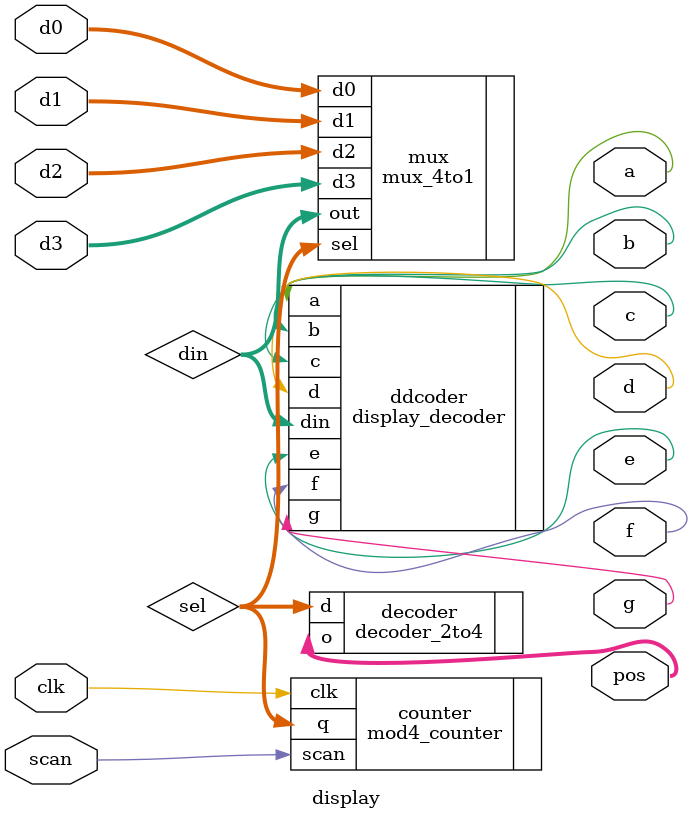
<source format=v>
module display(
    input [3:0] d0, d1, d2, d3,
    input scan, clk,
    output a, b, c, d, e, f, g,
    output [3:0] pos
);

    wire [1:0] sel;
    wire [3:0] din;

    mod4_counter counter(.scan(scan), .clk(clk), .q(sel));

    decoder_2to4 decoder(.d(sel), .o(pos));

    mux_4to1     mux(.d0(d0), .d1(d1), .d2(d2), .d3(d3), .sel(sel), .out(din));

    display_decoder ddcoder(.din(din), .a(a), .b(b), .c(c), .d(d), .e(e), .f(f), .g(g));

endmodule
</source>
